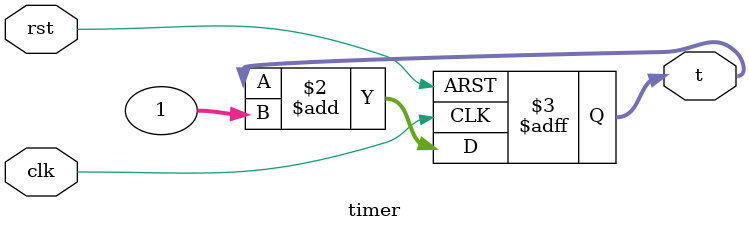
<source format=sv>
module timer(
       input clk,  // clock
       input rst,  // reset
       output reg [63:0] t // 64-bit output register of time
       );

  always_ff @(posedge clk or posedge rst)
    if(rst)
      t <= 0;
    else
      t <= t+1;
endmodule

</source>
